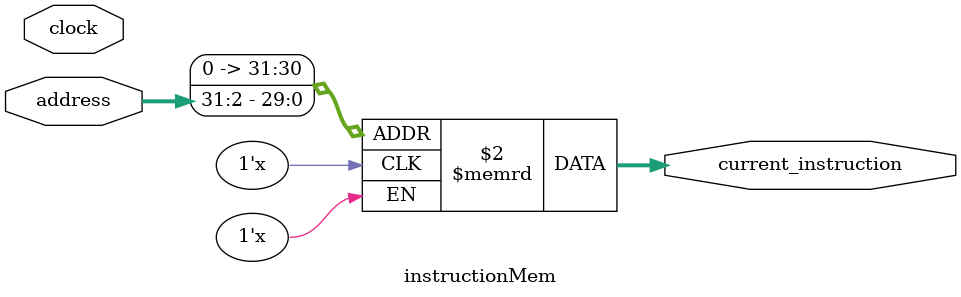
<source format=v>
`timescale 1ns/100ps
module instructionMem (
    input clock,
    input [31:0] address,
    output reg [31:0] current_instruction
);

    reg[31:0] instructions [0:31];


    always @(*) begin
        current_instruction <= instructions[address >> 2];
    end


endmodule

</source>
